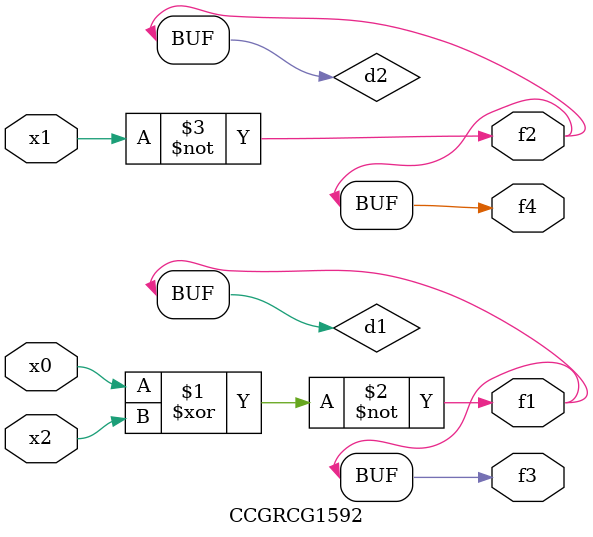
<source format=v>
module CCGRCG1592(
	input x0, x1, x2,
	output f1, f2, f3, f4
);

	wire d1, d2, d3;

	xnor (d1, x0, x2);
	nand (d2, x1);
	nor (d3, x1, x2);
	assign f1 = d1;
	assign f2 = d2;
	assign f3 = d1;
	assign f4 = d2;
endmodule

</source>
